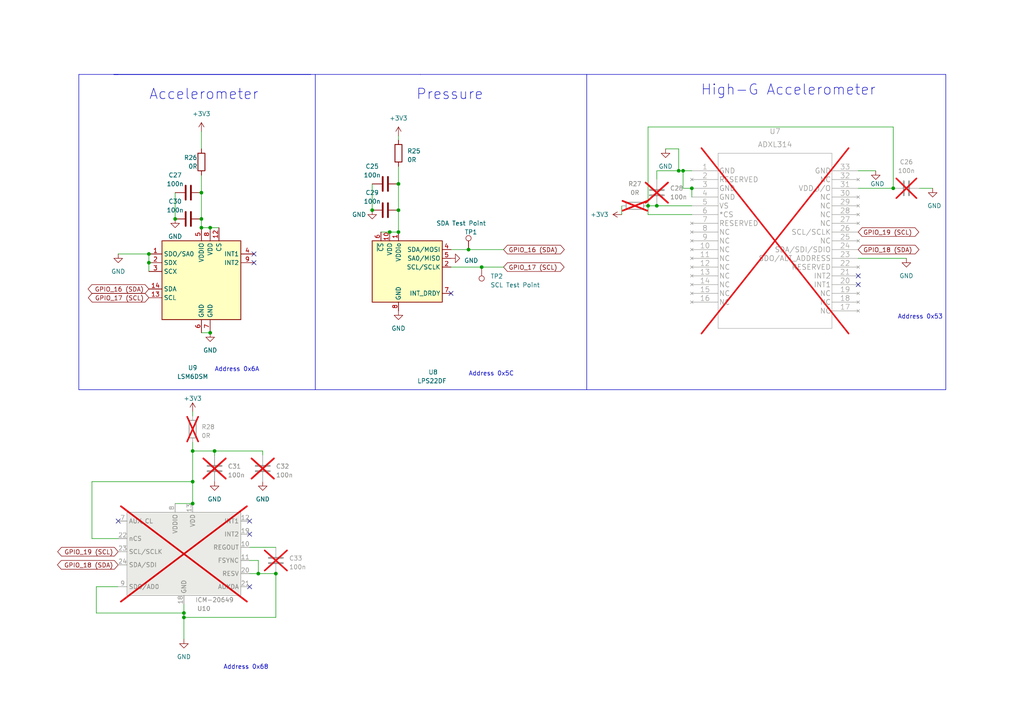
<source format=kicad_sch>
(kicad_sch (version 20230121) (generator eeschema)
  (paper "A4")
  (lib_symbols
    (symbol "+3V3_1" (power) (pin_names (offset 0))
      (property "Value" "+3V3_1" (at 0 3.556 0))
      (symbol "+3V3_1_0_1"
        (polyline (pts (xy -0.762 1.27) (xy 0 2.54)))
        (polyline (pts (xy 0 0) (xy 0 2.54)))
        (polyline (pts (xy 0 2.54) (xy 0.762 1.27)))
      )
      (symbol "+3V3_1_1_1"
        (pin power_in line (at 0 0 90) (length 0) hide (name "+3V3") (number "1"))
      )
    )
    (symbol "Connector:TestPoint" (pin_numbers hide) (pin_names (offset 0.762) hide)
      (property "Reference" "TP" (at 0 6.858 0))
      (property "Value" "TestPoint" (at 0 5.08 0))
      (symbol "TestPoint_0_1"
        (circle (center 0 3.302) (radius 0.762))
      )
      (symbol "TestPoint_1_1"
        (pin passive line (at 0 0 90) (length 2.54) (name "1") (number "1"))
      )
    )
    (symbol "Custom-kicad:ADXL314" (pin_names (offset 0.254))
      (property "Reference" "U?" (at 27.94 15.24 0))
      (property "Value" "ADXL314" (at 27.94 11.43 0))
      (symbol "ADXL314_1_1"
        (polyline (pts (xy 7.62 -45.72) (xy 40.64 -45.72)) (stroke (width 0.127)))
        (polyline (pts (xy 7.62 5.08) (xy 7.62 -45.72)) (stroke (width 0.127)))
        (polyline (pts (xy 40.64 -45.72) (xy 40.64 5.08)) (stroke (width 0.127)))
        (polyline (pts (xy 40.64 5.08) (xy 7.62 5.08)) (stroke (width 0.127)))
        (pin power_in line (at 0 0 0) (length 7.62) (name "GND") (number "1"))
        (pin no_connect line (at 0 -22.86 0) (length 7.62) (name "NC") (number "10"))
        (pin no_connect line (at 0 -25.4 0) (length 7.62) (name "NC") (number "11"))
        (pin no_connect line (at 0 -27.94 0) (length 7.62) (name "NC") (number "12"))
        (pin no_connect line (at 0 -30.48 0) (length 7.62) (name "NC") (number "13"))
        (pin no_connect line (at 0 -33.02 0) (length 7.62) (name "NC") (number "14"))
        (pin no_connect line (at 0 -35.56 0) (length 7.62) (name "NC") (number "15"))
        (pin no_connect line (at 0 -38.1 0) (length 7.62) (name "NC") (number "16"))
        (pin no_connect line (at 48.26 -40.64 180) (length 7.62) (name "NC") (number "17"))
        (pin no_connect line (at 48.26 -38.1 180) (length 7.62) (name "NC") (number "18"))
        (pin no_connect line (at 48.26 -35.56 180) (length 7.62) (name "NC") (number "19"))
        (pin no_connect line (at 0 -2.54 0) (length 7.62) (name "RESERVED") (number "2"))
        (pin output line (at 48.26 -33.02 180) (length 7.62) (name "INT1") (number "20"))
        (pin output line (at 48.26 -30.48 180) (length 7.62) (name "INT2") (number "21"))
        (pin no_connect line (at 48.26 -27.94 180) (length 7.62) (name "RESERVED") (number "22"))
        (pin unspecified line (at 48.26 -25.4 180) (length 7.62) (name "SDO/ALT_ADDRESS") (number "23"))
        (pin bidirectional line (at 48.26 -22.86 180) (length 7.62) (name "SDA/SDI/SDIO") (number "24"))
        (pin no_connect line (at 48.26 -20.32 180) (length 7.62) (name "NC") (number "25"))
        (pin input line (at 48.26 -17.78 180) (length 7.62) (name "SCL/SCLK") (number "26"))
        (pin no_connect line (at 48.26 -15.24 180) (length 7.62) (name "NC") (number "27"))
        (pin no_connect line (at 48.26 -12.7 180) (length 7.62) (name "NC") (number "28"))
        (pin no_connect line (at 48.26 -10.16 180) (length 7.62) (name "NC") (number "29"))
        (pin power_in line (at 0 -5.08 0) (length 7.62) (name "GND") (number "3"))
        (pin no_connect line (at 48.26 -7.62 180) (length 7.62) (name "NC") (number "30"))
        (pin power_in line (at 48.26 -5.08 180) (length 7.62) (name "VDD_I/O") (number "31"))
        (pin no_connect line (at 48.26 -2.54 180) (length 7.62) (name "NC") (number "32"))
        (pin power_in line (at 48.26 0 180) (length 7.62) (name "GND") (number "33"))
        (pin power_in line (at 0 -7.62 0) (length 7.62) (name "GND") (number "4"))
        (pin power_in line (at 0 -10.16 0) (length 7.62) (name "VS") (number "5"))
        (pin input line (at 0 -12.7 0) (length 7.62) (name "*CS") (number "6"))
        (pin no_connect line (at 0 -15.24 0) (length 7.62) (name "RESERVED") (number "7"))
        (pin no_connect line (at 0 -17.78 0) (length 7.62) (name "NC") (number "8"))
        (pin no_connect line (at 0 -20.32 0) (length 7.62) (name "NC") (number "9"))
      )
    )
    (symbol "Device:C" (pin_numbers hide) (pin_names (offset 0.254))
      (property "Reference" "C" (at 0.635 2.54 0))
      (property "Value" "C" (at 0.635 -2.54 0))
      (symbol "C_0_1"
        (polyline (pts (xy -2.032 -0.762) (xy 2.032 -0.762)) (stroke (width 0.508)))
        (polyline (pts (xy -2.032 0.762) (xy 2.032 0.762)) (stroke (width 0.508)))
      )
      (symbol "C_1_1"
        (pin passive line (at 0 3.81 270) (length 2.794) (name "~") (number "1"))
        (pin passive line (at 0 -3.81 90) (length 2.794) (name "~") (number "2"))
      )
    )
    (symbol "Device:R" (pin_numbers hide) (pin_names (offset 0))
      (property "Reference" "R" (at 2.032 0 90))
      (property "Value" "R" (at 0 0 90))
      (symbol "R_0_1"
        (rectangle (start -1.016 -2.54) (end 1.016 2.54) (stroke (width 0.254)))
      )
      (symbol "R_1_1"
        (pin passive line (at 0 3.81 270) (length 1.27) (name "~") (number "1"))
        (pin passive line (at 0 -3.81 90) (length 1.27) (name "~") (number "2"))
      )
    )
    (symbol "GND_2" (power) (pin_names (offset 0))
      (property "Value" "GND_2" (at 0 -3.81 0))
      (symbol "GND_2_0_1"
        (polyline (pts (xy 0 0) (xy 0 -1.27) (xy 1.27 -1.27) (xy 0 -2.54) (xy -1.27 -1.27) (xy 0 -1.27)))
      )
      (symbol "GND_2_1_1"
        (pin power_in line (at 0 0 270) (length 0) hide (name "GND") (number "1"))
      )
    )
    (symbol "PCM_4ms_Power-symbol:GND" (power) (pin_names (offset 0))
      (property "Value" "GND" (at 0 -3.81 0))
      (symbol "GND_0_1"
        (polyline (pts (xy 0 0) (xy 0 -1.27) (xy 1.27 -1.27) (xy 0 -2.54) (xy -1.27 -1.27) (xy 0 -1.27)))
      )
      (symbol "GND_1_1"
        (pin power_in line (at 0 0 270) (length 0) hide (name "GND") (number "1"))
      )
    )
    (symbol "Sensor_Motion:ICM-20649"
      (property "Reference" "U10" (at 3.81 -1.27 0))
      (property "Value" "ICM-20649" (at 8.89 1.27 0))
      (symbol "ICM-20649_1_1"
        (rectangle (start -16.51 26.67) (end 16.51 2.54) (fill (type background)))
        (pin output line (at 19.05 16.51 180) (length 2.54) (name "REGOUT") (number "10"))
        (pin input line (at 19.05 12.7 180) (length 2.54) (name "FSYNC") (number "11"))
        (pin output line (at 19.05 24.13 180) (length 2.54) (name "INT1") (number "12"))
        (pin input line (at 2.54 29.21 270) (length 2.54) (name "VDD") (number "13"))
        (pin input line (at 0 0 90) (length 2.54) (name "GND") (number "18"))
        (pin output line (at 19.05 20.32 180) (length 2.54) (name "INT2") (number "19"))
        (pin input line (at 19.05 8.89 180) (length 2.54) (name "RESV") (number "20"))
        (pin input line (at 19.05 5.08 180) (length 2.54) (name "AUXDA") (number "21"))
        (pin input line (at -19.05 19.05 0) (length 2.54) (name "nCS") (number "22"))
        (pin output line (at -19.05 15.24 0) (length 2.54) (name "SCL/SCLK") (number "23"))
        (pin bidirectional line (at -19.05 11.43 0) (length 2.54) (name "SDA/SDI") (number "24"))
        (pin input line (at -19.05 24.13 0) (length 2.54) (name "AUX_CL") (number "7"))
        (pin input line (at -2.54 29.21 270) (length 2.54) (name "VDDIO") (number "8"))
        (pin input line (at -19.05 5.08 0) (length 2.54) (name "SDO/AD0") (number "9"))
      )
    )
    (symbol "Sensor_Motion:LSM6DS3"
      (property "Reference" "U?" (at 17.78 14.1988 0))
      (property "Value" "LSM6DSM" (at 17.78 11.6588 0))
      (symbol "LSM6DS3_0_1"
        (rectangle (start 11.43 11.43) (end -11.43 -11.43) (stroke (width 0.254)) (fill (type background)))
      )
      (symbol "LSM6DS3_1_1"
        (pin bidirectional line (at -15.24 7.62 0) (length 3.81) (name "SDO/SA0") (number "1"))
        (pin no_connect line (at 10.16 -5.08 180) (length 3.81) hide (name "NC") (number "10"))
        (pin no_connect line (at 10.16 -2.54 180) (length 3.81) hide (name "NC") (number "11"))
        (pin input line (at 5.08 15.24 270) (length 3.81) (name "CS") (number "12"))
        (pin input line (at -15.24 -5.08 0) (length 3.81) (name "SCL") (number "13"))
        (pin bidirectional line (at -15.24 -2.54 0) (length 3.81) (name "SDA") (number "14"))
        (pin bidirectional line (at -15.24 5.08 0) (length 3.81) (name "SDX") (number "2"))
        (pin input line (at -15.24 2.54 0) (length 3.81) (name "SCX") (number "3"))
        (pin output line (at 15.24 7.62 180) (length 3.81) (name "INT1") (number "4"))
        (pin power_in line (at 0 15.24 270) (length 3.81) (name "VDDIO") (number "5"))
        (pin power_in line (at 0 -15.24 90) (length 3.81) (name "GND") (number "6"))
        (pin power_in line (at 2.54 -15.24 90) (length 3.81) (name "GND") (number "7"))
        (pin power_in line (at 2.54 15.24 270) (length 3.81) (name "VDD") (number "8"))
        (pin output line (at 15.24 5.08 180) (length 3.81) (name "INT2") (number "9"))
      )
    )
    (symbol "Sensor_Pressure:LPS25HB"
      (property "Reference" "U?" (at -11.43 0.0001 0))
      (property "Value" "LPS22DF" (at -11.43 -2.5399 0))
      (symbol "LPS25HB_0_1"
        (rectangle (start -10.16 7.62) (end 10.16 -10.16) (stroke (width 0.254)) (fill (type background)))
      )
      (symbol "LPS25HB_1_1"
        (pin power_in line (at -2.54 10.16 270) (length 2.54) (name "VDDio") (number "1"))
        (pin power_in line (at -5.08 10.16 270) (length 2.54) (name "VDD") (number "10"))
        (pin input line (at 12.7 0 180) (length 2.54) (name "SCL/SCLK") (number "2"))
        (pin passive line (at -2.54 -12.7 90) (length 2.54) hide (name "GND") (number "3"))
        (pin bidirectional line (at 12.7 5.08 180) (length 2.54) (name "SDA/MOSI") (number "4"))
        (pin bidirectional line (at 12.7 2.54 180) (length 2.54) (name "SA0/MISO") (number "5"))
        (pin input line (at -7.62 10.16 270) (length 2.54) (name "~{CS}") (number "6"))
        (pin output line (at 12.7 -7.62 180) (length 2.54) (name "INT_DRDY") (number "7"))
        (pin power_in line (at -2.54 -12.7 90) (length 2.54) (name "GND") (number "8"))
        (pin passive line (at -2.54 -12.7 90) (length 2.54) hide (name "GND") (number "9"))
      )
    )
    (symbol "power:+3V3" (power) (pin_names (offset 0))
      (property "Value" "+3V3" (at 0 3.556 0))
      (symbol "+3V3_0_1"
        (polyline (pts (xy -0.762 1.27) (xy 0 2.54)))
        (polyline (pts (xy 0 0) (xy 0 2.54)))
        (polyline (pts (xy 0 2.54) (xy 0.762 1.27)))
      )
      (symbol "+3V3_1_1"
        (pin power_in line (at 0 0 90) (length 0) hide (name "+3V3") (number "1"))
      )
    )
    (symbol "power:GND" (power) (pin_names (offset 0))
      (property "Value" "GND" (at 0 -3.81 0))
      (symbol "GND_0_1"
        (polyline (pts (xy 0 0) (xy 0 -1.27) (xy 1.27 -1.27) (xy 0 -2.54) (xy -1.27 -1.27) (xy 0 -1.27)))
      )
      (symbol "GND_1_1"
        (pin power_in line (at 0 0 270) (length 0) hide (name "GND") (number "1"))
      )
    )
  )
  (junction (at 43.18 73.66))
  (junction (at 55.88 139.7))
  (junction (at 53.34 177.8))
  (junction (at 74.93 166.37))
  (junction (at 53.34 179.07))
  (junction (at 196.85 49.53))
  (junction (at 58.42 66.04))
  (junction (at 58.42 63.5))
  (junction (at 259.08 54.61))
  (junction (at 187.96 59.69))
  (junction (at 113.03 67.31))
  (junction (at 107.95 60.96))
  (junction (at 115.57 60.96))
  (junction (at 190.5 59.69))
  (junction (at 55.88 146.05))
  (junction (at 80.01 166.37))
  (junction (at 60.96 66.04))
  (junction (at 115.57 53.34))
  (junction (at 200.66 54.61))
  (junction (at 198.12 49.53))
  (junction (at 62.23 130.81))
  (junction (at 60.96 96.52))
  (junction (at 139.7 77.47))
  (junction (at 135.89 72.39))
  (junction (at 50.8 63.5))
  (junction (at 115.57 67.31))
  (junction (at 58.42 55.88))
  (junction (at 43.18 76.2))
  (junction (at 55.88 130.81))
  (no_connect (at 73.66 76.2))
  (no_connect (at 130.81 85.09))
  (no_connect (at 72.39 154.94))
  (no_connect (at 72.39 151.13))
  (no_connect (at 248.92 80.01))
  (no_connect (at 248.92 82.55))
  (no_connect (at 72.39 170.18))
  (no_connect (at 73.66 73.66))
  (no_connect (at 34.29 151.13))
  (wire (pts (xy 190.5 52.07) (xy 190.5 49.53)))
  (wire (pts (xy 58.42 38.1) (xy 58.42 43.18)))
  (wire (pts (xy 58.42 96.52) (xy 60.96 96.52)))
  (wire (pts (xy 50.8 55.88) (xy 50.8 63.5)))
  (wire (pts (xy 198.12 49.53) (xy 200.66 49.53)))
  (polyline (pts (xy 274.32 21.59) (xy 274.32 113.03)))
  (polyline (pts (xy 22.86 113.03) (xy 22.86 21.59)))
  (wire (pts (xy 198.12 54.61) (xy 200.66 54.61)))
  (wire (pts (xy 72.39 158.75) (xy 80.01 158.75)))
  (wire (pts (xy 193.04 43.18) (xy 196.85 43.18)))
  (wire (pts (xy 62.23 130.81) (xy 62.23 132.08)))
  (wire (pts (xy 80.01 179.07) (xy 53.34 179.07)))
  (wire (pts (xy 187.96 62.23) (xy 200.66 62.23)))
  (polyline (pts (xy 170.18 113.03) (xy 91.44 113.03)))
  (wire (pts (xy 27.94 170.18) (xy 27.94 177.8)))
  (wire (pts (xy 55.88 119.38) (xy 55.88 120.65)))
  (wire (pts (xy 58.42 50.8) (xy 58.42 55.88)))
  (wire (pts (xy 196.85 43.18) (xy 196.85 49.53)))
  (wire (pts (xy 74.93 166.37) (xy 80.01 166.37)))
  (wire (pts (xy 107.95 53.34) (xy 107.95 60.96)))
  (wire (pts (xy 55.88 139.7) (xy 55.88 146.05)))
  (wire (pts (xy 180.34 59.69) (xy 180.34 62.23)))
  (wire (pts (xy 115.57 53.34) (xy 115.57 60.96)))
  (wire (pts (xy 198.12 49.53) (xy 198.12 54.61)))
  (wire (pts (xy 115.57 39.37) (xy 115.57 40.64)))
  (wire (pts (xy 200.66 54.61) (xy 200.66 57.15)))
  (wire (pts (xy 262.89 74.93) (xy 248.92 74.93)))
  (wire (pts (xy 55.88 128.27) (xy 55.88 130.81)))
  (wire (pts (xy 190.5 49.53) (xy 196.85 49.53)))
  (wire (pts (xy 248.92 49.53) (xy 254 49.53)))
  (wire (pts (xy 74.93 162.56) (xy 74.93 166.37)))
  (wire (pts (xy 76.2 130.81) (xy 76.2 132.08)))
  (wire (pts (xy 26.67 156.21) (xy 26.67 139.7)))
  (wire (pts (xy 187.96 36.83) (xy 187.96 59.69)))
  (wire (pts (xy 130.81 77.47) (xy 139.7 77.47)))
  (wire (pts (xy 72.39 162.56) (xy 74.93 162.56)))
  (wire (pts (xy 80.01 166.37) (xy 80.01 179.07)))
  (wire (pts (xy 259.08 36.83) (xy 187.96 36.83)))
  (wire (pts (xy 27.94 177.8) (xy 53.34 177.8)))
  (polyline (pts (xy 121.92 21.59) (xy 170.18 21.59)))
  (wire (pts (xy 259.08 54.61) (xy 248.92 54.61)))
  (wire (pts (xy 130.81 72.39) (xy 135.89 72.39)))
  (wire (pts (xy 43.18 73.66) (xy 43.18 76.2)))
  (wire (pts (xy 58.42 55.88) (xy 58.42 63.5)))
  (wire (pts (xy 34.29 170.18) (xy 27.94 170.18)))
  (wire (pts (xy 190.5 59.69) (xy 200.66 59.69)))
  (wire (pts (xy 34.29 73.66) (xy 43.18 73.66)))
  (wire (pts (xy 187.96 59.69) (xy 190.5 59.69)))
  (wire (pts (xy 113.03 67.31) (xy 115.57 67.31)))
  (polyline (pts (xy 33.02 21.59) (xy 90.17 21.59)))
  (wire (pts (xy 34.29 156.21) (xy 26.67 156.21)))
  (polyline (pts (xy 22.86 21.59) (xy 34.29 21.59)))
  (wire (pts (xy 58.42 66.04) (xy 58.42 63.5)))
  (wire (pts (xy 53.34 179.07) (xy 53.34 185.42)))
  (wire (pts (xy 55.88 130.81) (xy 55.88 139.7)))
  (polyline (pts (xy 274.32 113.03) (xy 170.18 113.03)))
  (wire (pts (xy 26.67 139.7) (xy 55.88 139.7)))
  (wire (pts (xy 115.57 60.96) (xy 115.57 67.31)))
  (wire (pts (xy 55.88 130.81) (xy 62.23 130.81)))
  (wire (pts (xy 58.42 66.04) (xy 60.96 66.04)))
  (polyline (pts (xy 33.02 21.59) (xy 121.92 21.59)))
  (wire (pts (xy 50.8 146.05) (xy 55.88 146.05)))
  (wire (pts (xy 110.49 67.31) (xy 113.03 67.31)))
  (wire (pts (xy 196.85 49.53) (xy 198.12 49.53)))
  (wire (pts (xy 72.39 166.37) (xy 74.93 166.37)))
  (polyline (pts (xy 91.44 21.59) (xy 91.44 113.03)))
  (polyline (pts (xy 170.18 21.59) (xy 170.18 113.03)))
  (wire (pts (xy 60.96 66.04) (xy 63.5 66.04)))
  (wire (pts (xy 53.34 175.26) (xy 53.34 177.8)))
  (wire (pts (xy 187.96 59.69) (xy 187.96 62.23)))
  (polyline (pts (xy 170.18 21.59) (xy 274.32 21.59)))
  (wire (pts (xy 135.89 72.39) (xy 146.05 72.39)))
  (wire (pts (xy 115.57 48.26) (xy 115.57 53.34)))
  (wire (pts (xy 146.05 77.47) (xy 139.7 77.47)))
  (wire (pts (xy 259.08 36.83) (xy 259.08 54.61)))
  (wire (pts (xy 43.18 76.2) (xy 43.18 78.74)))
  (wire (pts (xy 53.34 177.8) (xy 53.34 179.07)))
  (wire (pts (xy 270.51 54.61) (xy 266.7 54.61)))
  (wire (pts (xy 62.23 130.81) (xy 76.2 130.81)))
  (polyline (pts (xy 91.44 113.03) (xy 22.86 113.03)))
  (text "Accelerometer" (at 43.18 29.21 0) (effects (font (size 3 3)) (justify left bottom)))
  (text "High-G Accelerometer" (at 203.2 27.94 0) (effects (font (size 3 3)) (justify left bottom)))
  (text "Pressure" (at 120.65 29.21 0) (effects (font (size 3 3)) (justify left bottom)))
  (text "Address 0x53" (at 260.35 92.71 0) (effects (font (size 1.27 1.27)) (justify left bottom)))
  (text "Address 0x68" (at 64.77 194.31 0) (effects (font (size 1.27 1.27)) (justify left bottom)))
  (text "Address 0x6A" (at 62.23 107.95 0) (effects (font (size 1.27 1.27)) (justify left bottom)))
  (text "Address 0x5C" (at 135.89 109.22 0) (effects (font (size 1.27 1.27)) (justify left bottom)))
  (global_label "GPIO_19 (SCL)" (shape bidirectional) (at 34.29 160.02 180) (property "Intersheetrefs" "${INTERSHEET_REFS}" (effects hide)))
  (global_label "GPIO_18 (SDA)" (shape bidirectional) (at 248.92 72.39 0) (property "Intersheetrefs" "${INTERSHEET_REFS}" (effects hide)))
  (global_label "GPIO_19 (SCL)" (shape bidirectional) (at 248.92 67.31 0) (property "Intersheetrefs" "${INTERSHEET_REFS}" (effects hide)))
  (global_label "GPIO_16 (SDA)" (shape bidirectional) (at 43.18 83.82 180) (property "Intersheetrefs" "${INTERSHEET_REFS}" (effects hide)))
  (global_label "GPIO_16 (SDA)" (shape bidirectional) (at 146.05 72.39 0) (property "Intersheetrefs" "${INTERSHEET_REFS}" (effects hide)))
  (global_label "GPIO_17 (SCL)" (shape bidirectional) (at 146.05 77.47 0) (property "Intersheetrefs" "${INTERSHEET_REFS}" (effects hide)))
  (global_label "GPIO_18 (SDA)" (shape bidirectional) (at 34.29 163.83 180) (property "Intersheetrefs" "${INTERSHEET_REFS}" (effects hide)))
  (global_label "GPIO_17 (SCL)" (shape bidirectional) (at 43.18 86.36 180) (property "Intersheetrefs" "${INTERSHEET_REFS}" (effects hide)))
  (symbol (lib_id "Device:R") (at 58.42 46.99 0) (unit 1)
    (property "Reference" "R26" (at 53.34 45.72 0) (effects (justify left)))
    (property "Value" "0R" (at 54.61 48.26 0) (effects (justify left)))
    (property "Footprint" "Resistor_SMD:R_0603_1608Metric" (effects hide))
    (instances (project "RpiFly v3" (path "" (reference "R26") (unit 1))) (project "Flight Computer v2" (path "" (reference "R20") (unit 1))))
  )
  (symbol (lib_id "power:+3V3") (at 58.42 38.1 0) (unit 1)
    (property "Reference" "#PWR035" (effects hide))
    (property "Value" "+3V3" (at 58.42 33.02 0))
    (instances (project "RpiFly v3" (path "" (reference "#PWR035") (unit 1))) (project "Flight Computer v2" (path "" (reference "#PWR030") (unit 1))))
  )
  (symbol (lib_id "power:GND") (at 262.89 74.93 0) (unit 1)
    (property "Reference" "#PWR045" (effects hide))
    (property "Value" "GND" (at 262.89 80.01 0))
    (instances (project "RpiFly v3" (path "" (reference "#PWR045") (unit 1))) (project "Flight Computer v2" (path "" (reference "#PWR040") (unit 1))))
  )
  (symbol (lib_id "Device:R") (at 55.88 124.46 0) (unit 1) (dnp yes)
    (property "Reference" "R28" (at 58.42 123.825 0) (effects (justify left)))
    (property "Value" "0R" (at 58.42 126.365 0) (effects (justify left)))
    (property "Footprint" "Resistor_SMD:R_0603_1608Metric" (effects hide))
  )
  (symbol (lib_id "Device:R") (at 115.57 44.45 0) (unit 1)
    (property "Reference" "R25" (at 118.11 43.815 0) (effects (justify left)))
    (property "Value" "0R" (at 118.11 46.355 0) (effects (justify left)))
    (property "Footprint" "Resistor_SMD:R_0603_1608Metric" (effects hide))
    (instances (project "RpiFly v3" (path "" (reference "R25") (unit 1))) (project "Flight Computer v2" (path "" (reference "R19") (unit 1))))
  )
  (symbol (lib_name "+3V3_1") (lib_id "power:+3V3") (at 55.88 119.38 0) (unit 1)
    (property "Reference" "#PWR048" (effects hide))
    (property "Value" "+3V3" (at 55.88 115.57 0))
  )
  (symbol (lib_name "GND_2") (lib_id "power:GND") (at 130.81 74.93 90) (unit 1)
    (property "Reference" "#PWR044" (effects hide))
    (property "Value" "GND" (at 134.62 75.565 90) (effects (justify right)))
    (instances (project "RpiFly v3" (path "" (reference "#PWR044") (unit 1))) (project "Flight Computer v2" (path "" (reference "#PWR039") (unit 1))))
  )
  (symbol (lib_id "Device:C") (at 262.89 54.61 90) (unit 1) (dnp yes)
    (property "Reference" "C26" (at 262.89 46.99 90))
    (property "Value" "100n" (at 262.89 49.53 90))
    (property "Footprint" "Capacitor_SMD:C_0603_1608Metric" (effects hide))
    (instances (project "RpiFly v3" (path "" (reference "C26") (unit 1))) (project "Flight Computer v2" (path "" (reference "C24") (unit 1))))
  )
  (symbol (lib_id "power:GND") (at 115.57 90.17 0) (unit 1)
    (property "Reference" "#PWR046" (effects hide))
    (property "Value" "GND" (at 115.57 95.25 0))
    (instances (project "RpiFly v3" (path "" (reference "#PWR046") (unit 1))) (project "Flight Computer v2" (path "" (reference "#PWR041") (unit 1))))
  )
  (symbol (lib_id "Device:R") (at 184.15 59.69 90) (unit 1) (dnp yes)
    (property "Reference" "R27" (at 184.15 53.34 90))
    (property "Value" "0R" (at 184.15 55.88 90))
    (property "Footprint" "Resistor_SMD:R_0603_1608Metric" (effects hide))
    (instances (project "RpiFly v3" (path "" (reference "R27") (unit 1))) (project "Flight Computer v2" (path "" (reference "R21") (unit 1))))
  )
  (symbol (lib_id "Device:C") (at 54.61 63.5 90) (unit 1)
    (property "Reference" "C30" (at 50.8 58.42 90))
    (property "Value" "100n" (at 50.8 60.96 90))
    (property "Footprint" "Capacitor_SMD:C_0603_1608Metric" (effects hide))
    (instances (project "RpiFly v3" (path "" (reference "C30") (unit 1))) (project "Flight Computer v2" (path "" (reference "C28") (unit 1))))
  )
  (symbol (lib_id "Sensor_Motion:ICM-20649") (at 53.34 175.26 0) (unit 1) (dnp yes)
    (property "Reference" "U10" (at 57.15 176.53 0) (effects (justify left)))
    (property "Value" "ICM-20649" (at 62.23 173.99 0))
    (property "Footprint" "Package_DFN_QFN:QFN-24-1EP_3x3mm_P0.4mm_EP1.75x1.6mm" (effects hide))
  )
  (symbol (lib_id "power:GND") (at 60.96 96.52 0) (unit 1)
    (property "Reference" "#PWR047" (effects hide))
    (property "Value" "GND" (at 60.96 101.6 0))
    (instances (project "RpiFly v3" (path "" (reference "#PWR047") (unit 1))) (project "Flight Computer v2" (path "" (reference "#PWR042") (unit 1))))
  )
  (symbol (lib_id "Device:C") (at 54.61 55.88 90) (unit 1)
    (property "Reference" "C27" (at 50.8 50.8 90))
    (property "Value" "100n" (at 50.8 53.34 90))
    (property "Footprint" "Capacitor_SMD:C_0603_1608Metric" (effects hide))
    (instances (project "RpiFly v3" (path "" (reference "C27") (unit 1))) (project "Flight Computer v2" (path "" (reference "C25") (unit 1))))
  )
  (symbol (lib_id "PCM_4ms_Power-symbol:GND") (at 76.2 139.7 0) (unit 1)
    (property "Reference" "#PWR050" (effects hide))
    (property "Value" "GND" (at 76.2 144.78 0))
  )
  (symbol (lib_id "Connector:TestPoint") (at 139.7 77.47 180) (unit 1)
    (property "Reference" "TP2" (at 142.24 80.137 0) (effects (justify right)))
    (property "Value" "SCL Test Point" (at 142.24 82.677 0) (effects (justify right)))
    (property "Footprint" "TestPoint:TestPoint_Pad_D1.0mm" (effects hide))
  )
  (symbol (lib_id "PCM_4ms_Power-symbol:GND") (at 34.29 73.66 0) (unit 1)
    (property "Reference" "#PWR043" (effects hide))
    (property "Value" "GND" (at 34.29 78.74 0))
  )
  (symbol (lib_id "PCM_4ms_Power-symbol:GND") (at 53.34 185.42 0) (unit 1)
    (property "Reference" "#PWR051" (effects hide))
    (property "Value" "GND" (at 53.34 190.5 0))
  )
  (symbol (lib_id "Device:C") (at 111.76 60.96 90) (unit 1)
    (property "Reference" "C29" (at 107.95 55.88 90))
    (property "Value" "100n" (at 107.95 58.42 90))
    (property "Footprint" "Capacitor_SMD:C_0603_1608Metric" (effects hide))
    (instances (project "RpiFly v3" (path "" (reference "C29") (unit 1))) (project "Flight Computer v2" (path "" (reference "C27") (unit 1))))
  )
  (symbol (lib_id "Connector:TestPoint") (at 135.89 72.39 0) (unit 1)
    (property "Reference" "TP1" (at 138.43 67.31 0) (effects (justify right)))
    (property "Value" "SDA Test Point" (at 140.97 64.77 0) (effects (justify right)))
    (property "Footprint" "TestPoint:TestPoint_Pad_D1.0mm" (effects hide))
  )
  (symbol (lib_id "Device:C") (at 80.01 162.56 0) (unit 1) (dnp yes)
    (property "Reference" "C33" (at 83.82 161.925 0) (effects (justify left)))
    (property "Value" "100n" (at 83.82 164.465 0) (effects (justify left)))
    (property "Footprint" "Capacitor_SMD:C_0603_1608Metric" (effects hide))
  )
  (symbol (lib_id "Sensor_Motion:LSM6DS3") (at 58.42 81.28 0) (unit 1)
    (property "Reference" "U9" (at 55.88 106.68 0))
    (property "Value" "LSM6DSM" (at 55.88 109.22 0))
    (property "Footprint" "Package_LGA:LGA-14_3x2.5mm_P0.5mm_LayoutBorder3x4y" (effects hide))
    (property "Datasheet" "www.st.com/resource/en/datasheet/lsm6ds3.pdf" (effects hide))
    (instances (project "RpiFly v3" (path "" (reference "U9") (unit 1))) (project "Flight Computer v2" (path "" (reference "U8") (unit 1))))
  )
  (symbol (lib_id "power:GND") (at 193.04 43.18 0) (unit 1)
    (property "Reference" "#PWR037" (effects hide))
    (property "Value" "GND" (at 193.04 48.26 0))
    (instances (project "RpiFly v3" (path "" (reference "#PWR037") (unit 1))) (project "Flight Computer v2" (path "" (reference "#PWR032") (unit 1))))
  )
  (symbol (lib_id "power:GND") (at 270.51 54.61 0) (unit 1)
    (property "Reference" "#PWR039" (effects hide))
    (property "Value" "GND" (at 273.05 59.69 0) (effects (justify right)))
    (instances (project "RpiFly v3" (path "" (reference "#PWR039") (unit 1))) (project "Flight Computer v2" (path "" (reference "#PWR034") (unit 1))))
  )
  (symbol (lib_id "PCM_4ms_Power-symbol:GND") (at 62.23 139.7 0) (unit 1)
    (property "Reference" "#PWR049" (effects hide))
    (property "Value" "GND" (at 62.23 144.78 0))
  )
  (symbol (lib_id "power:+3V3") (at 115.57 39.37 0) (unit 1)
    (property "Reference" "#PWR036" (effects hide))
    (property "Value" "+3V3" (at 115.57 34.29 0))
    (instances (project "RpiFly v3" (path "" (reference "#PWR036") (unit 1))) (project "Flight Computer v2" (path "" (reference "#PWR031") (unit 1))))
  )
  (symbol (lib_id "Sensor_Pressure:LPS25HB") (at 118.11 77.47 0) (unit 1)
    (property "Reference" "U8" (at 127 107.95 0) (effects (justify right)))
    (property "Value" "LPS22DF" (at 129.54 110.49 0) (effects (justify right)))
    (property "Footprint" "Package_LGA:ST_HLGA-10_2.5x2.5mm_P0.6mm_LayoutBorder3x2y" (effects hide))
    (property "Datasheet" "www.st.com/resource/en/datasheet/lps25hb.pdf" (effects hide))
    (instances (project "RpiFly v3" (path "" (reference "U8") (unit 1))) (project "Flight Computer v2" (path "" (reference "U7") (unit 1))))
  )
  (symbol (lib_id "Device:C") (at 190.5 55.88 0) (unit 1) (dnp yes)
    (property "Reference" "C28" (at 194.31 54.6099 0) (effects (justify left)))
    (property "Value" "100n" (at 194.31 57.1499 0) (effects (justify left)))
    (property "Footprint" "Capacitor_SMD:C_0603_1608Metric" (effects hide))
    (instances (project "RpiFly v3" (path "" (reference "C28") (unit 1))) (project "Flight Computer v2" (path "" (reference "C26") (unit 1))))
  )
  (symbol (lib_id "Device:C") (at 76.2 135.89 180) (unit 1) (dnp yes)
    (property "Reference" "C32" (at 80.01 135.255 0) (effects (justify right)))
    (property "Value" "100n" (at 80.01 137.795 0) (effects (justify right)))
    (property "Footprint" "Capacitor_SMD:C_0603_1608Metric" (effects hide))
  )
  (symbol (lib_id "power:+3V3") (at 180.34 62.23 90) (unit 1)
    (property "Reference" "#PWR041" (effects hide))
    (property "Value" "+3V3" (at 176.53 62.2299 90) (effects (justify left)))
    (instances (project "RpiFly v3" (path "" (reference "#PWR041") (unit 1))) (project "Flight Computer v2" (path "" (reference "#PWR036") (unit 1))))
  )
  (symbol (lib_id "Custom-kicad:ADXL314") (at 200.66 49.53 0) (unit 1) (dnp yes)
    (property "Reference" "U7" (at 224.79 38.1 0) (effects (font (size 1.524 1.524))))
    (property "Value" "ADXL314" (at 224.79 41.91 0) (effects (font (size 1.524 1.524))))
    (property "Footprint" "Package_CSP:LFCSP-32-1EP_5x5mm_P0.5mm_EP3.6x3.6mm" (effects hide))
    (instances (project "RpiFly v3" (path "" (reference "U7") (unit 1))) (project "Flight Computer v2" (path "" (reference "U6") (unit 1))))
  )
  (symbol (lib_id "power:GND") (at 254 49.53 0) (unit 1)
    (property "Reference" "#PWR038" (effects hide))
    (property "Value" "GND" (at 256.54 53.34 0) (effects (justify right)))
    (instances (project "RpiFly v3" (path "" (reference "#PWR038") (unit 1))) (project "Flight Computer v2" (path "" (reference "#PWR033") (unit 1))))
  )
  (symbol (lib_id "Device:C") (at 111.76 53.34 90) (unit 1)
    (property "Reference" "C25" (at 107.95 48.26 90))
    (property "Value" "100n" (at 107.95 50.8 90))
    (property "Footprint" "Capacitor_SMD:C_0603_1608Metric" (effects hide))
    (instances (project "RpiFly v3" (path "" (reference "C25") (unit 1))) (project "Flight Computer v2" (path "" (reference "C23") (unit 1))))
  )
  (symbol (lib_id "power:GND") (at 50.8 63.5 0) (unit 1)
    (property "Reference" "#PWR042" (effects hide))
    (property "Value" "GND" (at 50.8 68.58 0))
    (instances (project "RpiFly v3" (path "" (reference "#PWR042") (unit 1))) (project "Flight Computer v2" (path "" (reference "#PWR037") (unit 1))))
  )
  (symbol (lib_id "Device:C") (at 62.23 135.89 0) (unit 1) (dnp yes)
    (property "Reference" "C31" (at 66.04 135.255 0) (effects (justify left)))
    (property "Value" "100n" (at 66.04 137.795 0) (effects (justify left)))
    (property "Footprint" "Capacitor_SMD:C_0603_1608Metric" (effects hide))
  )
  (symbol (lib_id "power:GND") (at 107.95 60.96 0) (unit 1)
    (property "Reference" "#PWR040" (effects hide))
    (property "Value" "GND" (at 104.14 62.23 0))
    (instances (project "RpiFly v3" (path "" (reference "#PWR040") (unit 1))) (project "Flight Computer v2" (path "" (reference "#PWR035") (unit 1))))
  )
)
</source>
